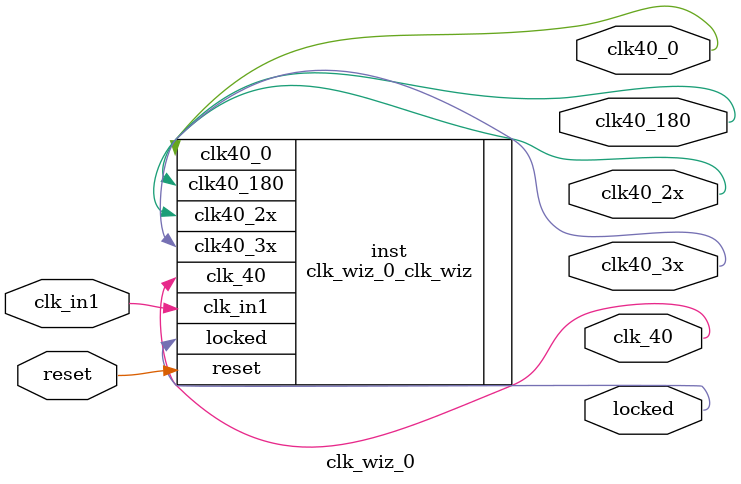
<source format=v>


`timescale 1ps/1ps

(* CORE_GENERATION_INFO = "clk_wiz_0,clk_wiz_v6_0_3_0_0,{component_name=clk_wiz_0,use_phase_alignment=false,use_min_o_jitter=false,use_max_i_jitter=false,use_dyn_phase_shift=false,use_inclk_switchover=false,use_dyn_reconfig=false,enable_axi=0,feedback_source=FDBK_AUTO,PRIMITIVE=MMCM,num_out_clk=5,clkin1_period=5.000,clkin2_period=10.0,use_power_down=false,use_reset=true,use_locked=true,use_inclk_stopped=false,feedback_type=SINGLE,CLOCK_MGR_TYPE=NA,manual_override=false}" *)

module clk_wiz_0 
 (
  // Clock out ports
  output        clk40_0,
  output        clk40_180,
  output        clk40_2x,
  output        clk40_3x,
  output        clk_40,
  // Status and control signals
  input         reset,
  output        locked,
 // Clock in ports
  input         clk_in1
 );

  clk_wiz_0_clk_wiz inst
  (
  // Clock out ports  
  .clk40_0(clk40_0),
  .clk40_180(clk40_180),
  .clk40_2x(clk40_2x),
  .clk40_3x(clk40_3x),
  .clk_40(clk_40),
  // Status and control signals               
  .reset(reset), 
  .locked(locked),
 // Clock in ports
  .clk_in1(clk_in1)
  );

endmodule

</source>
